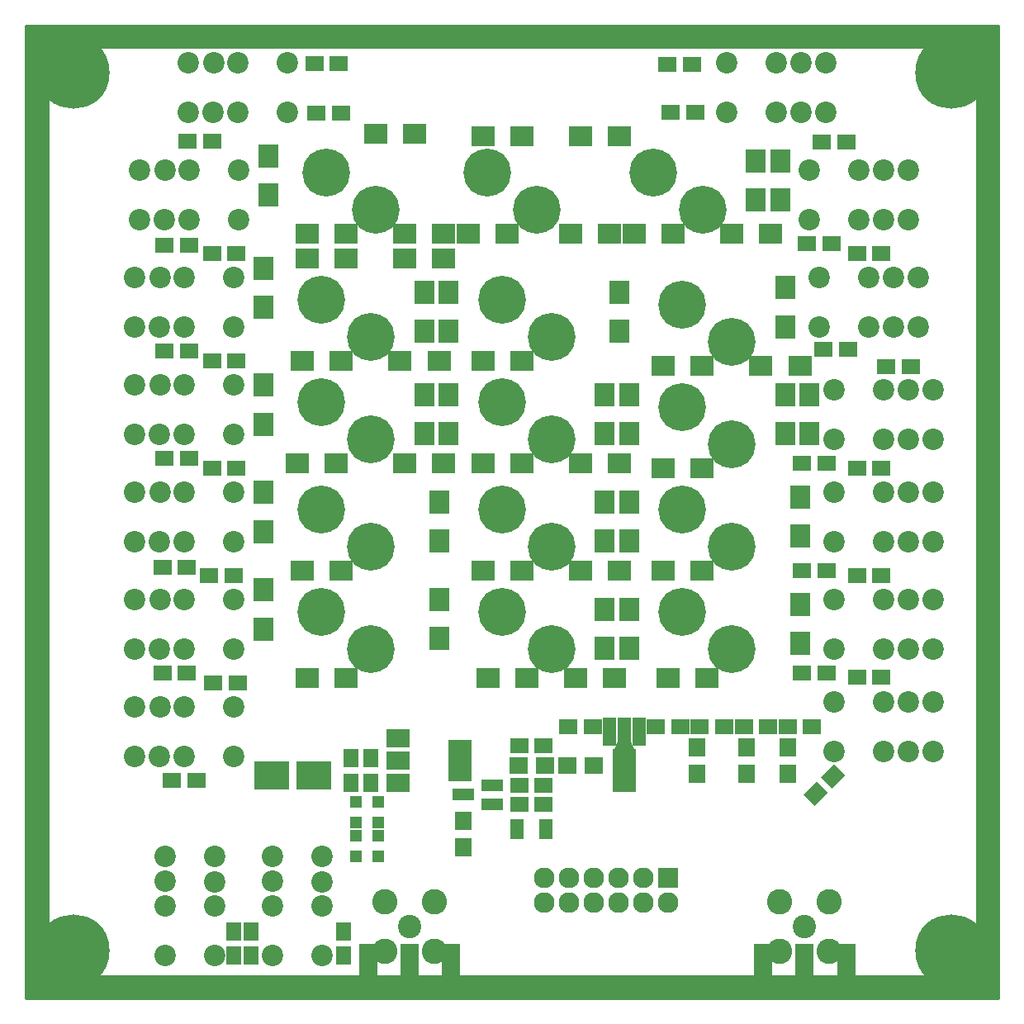
<source format=gbr>
G04 #@! TF.FileFunction,Soldermask,Top*
%FSLAX46Y46*%
G04 Gerber Fmt 4.6, Leading zero omitted, Abs format (unit mm)*
G04 Created by KiCad (PCBNEW 4.0.7) date 12/14/17 19:40:57*
%MOMM*%
%LPD*%
G01*
G04 APERTURE LIST*
%ADD10C,0.100000*%
%ADD11R,1.900000X1.650000*%
%ADD12C,4.900000*%
%ADD13R,2.400000X2.000000*%
%ADD14R,2.000000X2.400000*%
%ADD15R,1.400000X2.000000*%
%ADD16C,7.400000*%
%ADD17R,1.650000X1.900000*%
%ADD18R,1.300000X1.200000*%
%ADD19C,2.600000*%
%ADD20C,2.400000*%
%ADD21C,2.200000*%
%ADD22R,2.127200X2.127200*%
%ADD23O,2.127200X2.127200*%
%ADD24R,2.300000X1.200000*%
%ADD25R,3.600000X2.900000*%
%ADD26R,1.700000X1.900000*%
%ADD27R,1.900000X1.700000*%
%ADD28R,1.400000X2.900000*%
%ADD29R,2.400000X4.400000*%
%ADD30R,2.400000X4.200000*%
%ADD31R,2.400000X1.900000*%
%ADD32R,1.900000X5.480000*%
%ADD33C,0.254000*%
G04 APERTURE END LIST*
D10*
D11*
X175350000Y-36000000D03*
X177850000Y-36000000D03*
D12*
X138960000Y-40730000D03*
X144040000Y-44540000D03*
D13*
X141000000Y-24000000D03*
X137000000Y-24000000D03*
D14*
X168000000Y-43500000D03*
X168000000Y-39500000D03*
D12*
X154460000Y-27730000D03*
X159540000Y-31540000D03*
D11*
X158750000Y-21500000D03*
X156250000Y-21500000D03*
X111450000Y-69000000D03*
X108950000Y-69000000D03*
X172250000Y-57500000D03*
X169750000Y-57500000D03*
X172250000Y-68500000D03*
X169750000Y-68500000D03*
X172250000Y-79000000D03*
X169750000Y-79000000D03*
D10*
G36*
X172972271Y-88361002D02*
X174138998Y-89527729D01*
X172795495Y-90871232D01*
X171628768Y-89704505D01*
X172972271Y-88361002D01*
X172972271Y-88361002D01*
G37*
G36*
X171204505Y-90128768D02*
X172371232Y-91295495D01*
X171027729Y-92638998D01*
X169861002Y-91472271D01*
X171204505Y-90128768D01*
X171204505Y-90128768D01*
G37*
D11*
X170250000Y-35000000D03*
X172750000Y-35000000D03*
X105150000Y-90000000D03*
X107650000Y-90000000D03*
X104350000Y-35200000D03*
X106850000Y-35200000D03*
X104350000Y-46000000D03*
X106850000Y-46000000D03*
X104350000Y-57000000D03*
X106850000Y-57000000D03*
X104150000Y-68200000D03*
X106650000Y-68200000D03*
X104150000Y-79000000D03*
X106650000Y-79000000D03*
X122450000Y-21600000D03*
X119950000Y-21600000D03*
X171750000Y-24600000D03*
X174250000Y-24600000D03*
X178350000Y-47600000D03*
X180850000Y-47600000D03*
X175350000Y-58000000D03*
X177850000Y-58000000D03*
X175350000Y-69000000D03*
X177850000Y-69000000D03*
X158450000Y-16600000D03*
X155950000Y-16600000D03*
X175350000Y-79400000D03*
X177850000Y-79400000D03*
X111750000Y-58000000D03*
X109250000Y-58000000D03*
X111750000Y-47000000D03*
X109250000Y-47000000D03*
X111850000Y-80000000D03*
X109350000Y-80000000D03*
X171950000Y-45800000D03*
X174450000Y-45800000D03*
X109250000Y-24500000D03*
X106750000Y-24500000D03*
X119750000Y-16500000D03*
X122250000Y-16500000D03*
X111750000Y-36000000D03*
X109250000Y-36000000D03*
D15*
X143500000Y-95000000D03*
X140500000Y-95000000D03*
D16*
X95000000Y-17500000D03*
X185000000Y-107500000D03*
D17*
X111500000Y-108000000D03*
X111500000Y-105500000D03*
X113250000Y-108000000D03*
X113250000Y-105500000D03*
X122750000Y-108000000D03*
X122750000Y-105500000D03*
D14*
X114500000Y-37500000D03*
X114500000Y-41500000D03*
X114500000Y-49500000D03*
X114500000Y-53500000D03*
X114500000Y-60500000D03*
X114500000Y-64500000D03*
X114500000Y-70500000D03*
X114500000Y-74500000D03*
D13*
X123000000Y-34000000D03*
X119000000Y-34000000D03*
X129000000Y-34000000D03*
X133000000Y-34000000D03*
X128500000Y-47000000D03*
X132500000Y-47000000D03*
X129000000Y-57500000D03*
X133000000Y-57500000D03*
X122500000Y-68500000D03*
X118500000Y-68500000D03*
X123000000Y-79500000D03*
X119000000Y-79500000D03*
X123000000Y-36500000D03*
X119000000Y-36500000D03*
X122500000Y-47000000D03*
X118500000Y-47000000D03*
X122000000Y-57500000D03*
X118000000Y-57500000D03*
X130000000Y-23750000D03*
X126000000Y-23750000D03*
X129000000Y-36500000D03*
X133000000Y-36500000D03*
D14*
X133500000Y-44000000D03*
X133500000Y-40000000D03*
X131000000Y-44000000D03*
X131000000Y-40000000D03*
X133500000Y-54500000D03*
X133500000Y-50500000D03*
X131000000Y-54500000D03*
X131000000Y-50500000D03*
X132500000Y-65500000D03*
X132500000Y-61500000D03*
X132500000Y-75500000D03*
X132500000Y-71500000D03*
D13*
X139500000Y-34000000D03*
X135500000Y-34000000D03*
X147000000Y-57500000D03*
X151000000Y-57500000D03*
X141000000Y-68500000D03*
X137000000Y-68500000D03*
X141500000Y-79500000D03*
X137500000Y-79500000D03*
X141000000Y-47000000D03*
X137000000Y-47000000D03*
X146000000Y-34000000D03*
X150000000Y-34000000D03*
X141000000Y-57500000D03*
X137000000Y-57500000D03*
X147000000Y-68500000D03*
X151000000Y-68500000D03*
X146500000Y-79500000D03*
X150500000Y-79500000D03*
X151000000Y-24000000D03*
X147000000Y-24000000D03*
D14*
X151000000Y-44000000D03*
X151000000Y-40000000D03*
X152000000Y-54500000D03*
X152000000Y-50500000D03*
X149500000Y-54500000D03*
X149500000Y-50500000D03*
X149500000Y-65500000D03*
X149500000Y-61500000D03*
X152000000Y-65500000D03*
X152000000Y-61500000D03*
X149500000Y-76500000D03*
X149500000Y-72500000D03*
X152000000Y-76500000D03*
X152000000Y-72500000D03*
D13*
X162500000Y-34000000D03*
X166500000Y-34000000D03*
X165500000Y-47500000D03*
X169500000Y-47500000D03*
X159500000Y-58000000D03*
X155500000Y-58000000D03*
X159500000Y-68500000D03*
X155500000Y-68500000D03*
X160000000Y-79500000D03*
X156000000Y-79500000D03*
X156500000Y-34000000D03*
X152500000Y-34000000D03*
X159500000Y-47500000D03*
X155500000Y-47500000D03*
D14*
X167500000Y-30500000D03*
X167500000Y-26500000D03*
X165000000Y-30500000D03*
X165000000Y-26500000D03*
X170500000Y-54500000D03*
X170500000Y-50500000D03*
X168000000Y-54500000D03*
X168000000Y-50500000D03*
X169500000Y-65000000D03*
X169500000Y-61000000D03*
X169500000Y-76000000D03*
X169500000Y-72000000D03*
X115000000Y-26000000D03*
X115000000Y-30000000D03*
D18*
X124000000Y-97800000D03*
X124000000Y-95700000D03*
X124000000Y-94300000D03*
X124000000Y-92200000D03*
X126250000Y-95700000D03*
X126250000Y-97800000D03*
X126250000Y-92200000D03*
X126250000Y-94300000D03*
D19*
X126960000Y-107540000D03*
X126960000Y-102460000D03*
X132040000Y-102460000D03*
X132040000Y-107540000D03*
D20*
X129500000Y-105000000D03*
D12*
X120960000Y-27730000D03*
X126040000Y-31540000D03*
X120460000Y-40730000D03*
X125540000Y-44540000D03*
X120460000Y-51230000D03*
X125540000Y-55040000D03*
X120460000Y-62230000D03*
X125540000Y-66040000D03*
X120460000Y-72730000D03*
X125540000Y-76540000D03*
X137460000Y-27730000D03*
X142540000Y-31540000D03*
X138960000Y-51230000D03*
X144040000Y-55040000D03*
X138960000Y-62230000D03*
X144040000Y-66040000D03*
X138960000Y-72730000D03*
X144040000Y-76540000D03*
X157460000Y-41230000D03*
X162540000Y-45040000D03*
X157460000Y-51730000D03*
X162540000Y-55540000D03*
X157460000Y-62230000D03*
X162540000Y-66040000D03*
X157460000Y-72730000D03*
X162540000Y-76540000D03*
D16*
X95000000Y-107500000D03*
X185000000Y-17500000D03*
D19*
X167460000Y-107540000D03*
X167460000Y-102460000D03*
X172540000Y-102460000D03*
X172540000Y-107540000D03*
D20*
X170000000Y-105000000D03*
D21*
X109540000Y-108000000D03*
X104460000Y-108000000D03*
X109540000Y-97840000D03*
X109540000Y-102920000D03*
X109540000Y-100400000D03*
X104460000Y-97840000D03*
X104460000Y-102920000D03*
X104460000Y-100380000D03*
X120540000Y-108000000D03*
X115460000Y-108000000D03*
X120540000Y-97840000D03*
X120540000Y-102920000D03*
X120540000Y-100400000D03*
X115460000Y-97840000D03*
X115460000Y-102920000D03*
X115460000Y-100380000D03*
X112000000Y-27460000D03*
X112000000Y-32540000D03*
X101840000Y-27460000D03*
X106920000Y-27460000D03*
X104400000Y-27460000D03*
X101840000Y-32540000D03*
X106920000Y-32540000D03*
X104380000Y-32540000D03*
X111500000Y-38460000D03*
X111500000Y-43540000D03*
X101340000Y-38460000D03*
X106420000Y-38460000D03*
X103900000Y-38460000D03*
X101340000Y-43540000D03*
X106420000Y-43540000D03*
X103880000Y-43540000D03*
X111500000Y-49460000D03*
X111500000Y-54540000D03*
X101340000Y-49460000D03*
X106420000Y-49460000D03*
X103900000Y-49460000D03*
X101340000Y-54540000D03*
X106420000Y-54540000D03*
X103880000Y-54540000D03*
X111500000Y-60460000D03*
X111500000Y-65540000D03*
X101340000Y-60460000D03*
X106420000Y-60460000D03*
X103900000Y-60460000D03*
X101340000Y-65540000D03*
X106420000Y-65540000D03*
X103880000Y-65540000D03*
X111500000Y-71460000D03*
X111500000Y-76540000D03*
X101340000Y-71460000D03*
X106420000Y-71460000D03*
X103900000Y-71460000D03*
X101340000Y-76540000D03*
X106420000Y-76540000D03*
X103880000Y-76540000D03*
X111500000Y-82460000D03*
X111500000Y-87540000D03*
X101340000Y-82460000D03*
X106420000Y-82460000D03*
X103900000Y-82460000D03*
X101340000Y-87540000D03*
X106420000Y-87540000D03*
X103880000Y-87540000D03*
X117000000Y-16460000D03*
X117000000Y-21540000D03*
X106840000Y-16460000D03*
X111920000Y-16460000D03*
X109400000Y-16460000D03*
X106840000Y-21540000D03*
X111920000Y-21540000D03*
X109380000Y-21540000D03*
X170500000Y-32540000D03*
X170500000Y-27460000D03*
X180660000Y-32540000D03*
X175580000Y-32540000D03*
X178100000Y-32540000D03*
X180660000Y-27460000D03*
X175580000Y-27460000D03*
X178120000Y-27460000D03*
X171500000Y-43540000D03*
X171500000Y-38460000D03*
X181660000Y-43540000D03*
X176580000Y-43540000D03*
X179100000Y-43540000D03*
X181660000Y-38460000D03*
X176580000Y-38460000D03*
X179120000Y-38460000D03*
X173000000Y-55040000D03*
X173000000Y-49960000D03*
X183160000Y-55040000D03*
X178080000Y-55040000D03*
X180600000Y-55040000D03*
X183160000Y-49960000D03*
X178080000Y-49960000D03*
X180620000Y-49960000D03*
X173000000Y-65540000D03*
X173000000Y-60460000D03*
X183160000Y-65540000D03*
X178080000Y-65540000D03*
X180600000Y-65540000D03*
X183160000Y-60460000D03*
X178080000Y-60460000D03*
X180620000Y-60460000D03*
X173000000Y-76540000D03*
X173000000Y-71460000D03*
X183160000Y-76540000D03*
X178080000Y-76540000D03*
X180600000Y-76540000D03*
X183160000Y-71460000D03*
X178080000Y-71460000D03*
X180620000Y-71460000D03*
X173000000Y-87040000D03*
X173000000Y-81960000D03*
X183160000Y-87040000D03*
X178080000Y-87040000D03*
X180600000Y-87040000D03*
X183160000Y-81960000D03*
X178080000Y-81960000D03*
X180620000Y-81960000D03*
X162000000Y-21540000D03*
X162000000Y-16460000D03*
X172160000Y-21540000D03*
X167080000Y-21540000D03*
X169600000Y-21540000D03*
X172160000Y-16460000D03*
X167080000Y-16460000D03*
X169620000Y-16460000D03*
D22*
X156000000Y-100000000D03*
D23*
X156000000Y-102540000D03*
X153460000Y-100000000D03*
X153460000Y-102540000D03*
X150920000Y-100000000D03*
X150920000Y-102540000D03*
X148380000Y-100000000D03*
X148380000Y-102540000D03*
X145840000Y-100000000D03*
X145840000Y-102540000D03*
X143300000Y-100000000D03*
X143300000Y-102540000D03*
D24*
X138000000Y-92450000D03*
X138000000Y-90550000D03*
X135000000Y-91500000D03*
D11*
X148250000Y-84500000D03*
X145750000Y-84500000D03*
X140750000Y-86500000D03*
X143250000Y-86500000D03*
X140750000Y-92500000D03*
X143250000Y-92500000D03*
X140750000Y-90500000D03*
X143250000Y-90500000D03*
X157250000Y-84500000D03*
X154750000Y-84500000D03*
D17*
X125500000Y-87750000D03*
X125500000Y-90250000D03*
D11*
X161750000Y-84500000D03*
X159250000Y-84500000D03*
D17*
X123500000Y-87750000D03*
X123500000Y-90250000D03*
D25*
X115350000Y-89500000D03*
X119650000Y-89500000D03*
D11*
X166250000Y-84500000D03*
X163750000Y-84500000D03*
X170750000Y-84500000D03*
X168250000Y-84500000D03*
D26*
X159000000Y-86650000D03*
X159000000Y-89350000D03*
X164000000Y-86650000D03*
X164000000Y-89350000D03*
X168250000Y-86650000D03*
X168250000Y-89350000D03*
D27*
X143350000Y-88500000D03*
X140650000Y-88500000D03*
D26*
X135000000Y-94150000D03*
X135000000Y-96850000D03*
D28*
X153000000Y-85020000D03*
X151500000Y-85020000D03*
X150000000Y-85020000D03*
D29*
X151500000Y-88980000D03*
D10*
G36*
X150300000Y-87205000D02*
X150800000Y-86055000D01*
X152200000Y-86055000D01*
X152700000Y-87205000D01*
X150300000Y-87205000D01*
X150300000Y-87205000D01*
G37*
D27*
X148350000Y-88500000D03*
X145650000Y-88500000D03*
D30*
X134650000Y-88000000D03*
D31*
X128350000Y-88000000D03*
X128350000Y-90300000D03*
X128350000Y-85700000D03*
D32*
X165750000Y-109500000D03*
X174250000Y-109500000D03*
X170000000Y-109500000D03*
X125250000Y-109500000D03*
X133750000Y-109500000D03*
X129500000Y-109500000D03*
D33*
G36*
X189873000Y-112373000D02*
X90127000Y-112373000D01*
X90127000Y-15000000D01*
X92373000Y-15000000D01*
X92373000Y-110000000D01*
X92383006Y-110049410D01*
X92411447Y-110091035D01*
X92453841Y-110118315D01*
X92500000Y-110127000D01*
X187500000Y-110127000D01*
X187549410Y-110116994D01*
X187591035Y-110088553D01*
X187618315Y-110046159D01*
X187627000Y-110000000D01*
X187627000Y-15000000D01*
X187616994Y-14950590D01*
X187588553Y-14908965D01*
X187546159Y-14881685D01*
X187500000Y-14873000D01*
X92500000Y-14873000D01*
X92450590Y-14883006D01*
X92408965Y-14911447D01*
X92381685Y-14953841D01*
X92373000Y-15000000D01*
X90127000Y-15000000D01*
X90127000Y-12627000D01*
X189873000Y-12627000D01*
X189873000Y-112373000D01*
X189873000Y-112373000D01*
G37*
X189873000Y-112373000D02*
X90127000Y-112373000D01*
X90127000Y-15000000D01*
X92373000Y-15000000D01*
X92373000Y-110000000D01*
X92383006Y-110049410D01*
X92411447Y-110091035D01*
X92453841Y-110118315D01*
X92500000Y-110127000D01*
X187500000Y-110127000D01*
X187549410Y-110116994D01*
X187591035Y-110088553D01*
X187618315Y-110046159D01*
X187627000Y-110000000D01*
X187627000Y-15000000D01*
X187616994Y-14950590D01*
X187588553Y-14908965D01*
X187546159Y-14881685D01*
X187500000Y-14873000D01*
X92500000Y-14873000D01*
X92450590Y-14883006D01*
X92408965Y-14911447D01*
X92381685Y-14953841D01*
X92373000Y-15000000D01*
X90127000Y-15000000D01*
X90127000Y-12627000D01*
X189873000Y-12627000D01*
X189873000Y-112373000D01*
M02*

</source>
